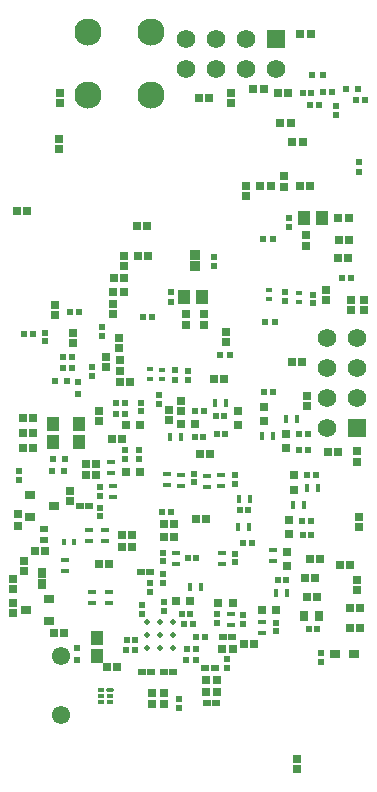
<source format=gbs>
G04*
G04 #@! TF.GenerationSoftware,Altium Limited,Altium Designer,24.9.1 (31)*
G04*
G04 Layer_Color=16711935*
%FSLAX44Y44*%
%MOMM*%
G71*
G04*
G04 #@! TF.SameCoordinates,C615B3E7-4A0B-44CC-A6BC-150B9DE6E2D7*
G04*
G04*
G04 #@! TF.FilePolarity,Negative*
G04*
G01*
G75*
%ADD23R,0.4000X0.5000*%
%ADD24R,0.5500X0.6000*%
%ADD25R,0.5121X0.5811*%
%ADD27R,0.6000X0.5500*%
%ADD29R,0.6725X0.7154*%
%ADD40R,0.5393X0.4725*%
%ADD41R,0.4725X0.5393*%
%ADD42R,0.5200X0.5200*%
%ADD48R,0.5000X0.4000*%
%ADD49R,0.5200X0.5200*%
%ADD54R,0.4500X0.6750*%
%ADD61R,0.5811X0.5121*%
%ADD62R,0.6750X0.4500*%
%ADD71R,0.5153X0.4725*%
%ADD90R,0.7500X0.7000*%
%ADD91R,0.6500X0.7000*%
%ADD93R,0.7000X0.6500*%
%ADD97R,0.8200X0.8600*%
%ADD99R,0.7750X0.7000*%
%ADD100R,0.7000X0.7500*%
%ADD101R,0.7000X0.7750*%
%ADD102R,0.6500X0.6500*%
%ADD115C,2.3000*%
%ADD116C,1.5700*%
%ADD117R,1.5700X1.5700*%
%ADD118R,1.5700X1.5700*%
%ADD119C,1.5500*%
%ADD120C,0.5064*%
%ADD133R,0.9000X0.8000*%
%ADD134R,0.9500X0.7000*%
%ADD137R,0.7154X0.6725*%
%ADD138R,0.5500X0.5500*%
%ADD140R,0.5000X0.5000*%
%ADD148R,0.5000X0.5000*%
%ADD149R,0.4750X0.5000*%
%ADD151R,0.4725X0.5153*%
%ADD152R,1.0000X1.2500*%
%ADD153R,1.0582X1.3061*%
%ADD154R,0.7581X0.8121*%
G04:AMPARAMS|DCode=155|XSize=0.4mm|YSize=0.59mm|CornerRadius=0.0995mm|HoleSize=0mm|Usage=FLASHONLY|Rotation=270.000|XOffset=0mm|YOffset=0mm|HoleType=Round|Shape=RoundedRectangle|*
%AMROUNDEDRECTD155*
21,1,0.4000,0.3910,0,0,270.0*
21,1,0.2010,0.5900,0,0,270.0*
1,1,0.1990,-0.1955,-0.1005*
1,1,0.1990,-0.1955,0.1005*
1,1,0.1990,0.1955,0.1005*
1,1,0.1990,0.1955,-0.1005*
%
%ADD155ROUNDEDRECTD155*%
G04:AMPARAMS|DCode=156|XSize=0.4mm|YSize=0.62mm|CornerRadius=0.0995mm|HoleSize=0mm|Usage=FLASHONLY|Rotation=270.000|XOffset=0mm|YOffset=0mm|HoleType=Round|Shape=RoundedRectangle|*
%AMROUNDEDRECTD156*
21,1,0.4000,0.4210,0,0,270.0*
21,1,0.2010,0.6200,0,0,270.0*
1,1,0.1990,-0.2105,-0.1005*
1,1,0.1990,-0.2105,0.1005*
1,1,0.1990,0.2105,0.1005*
1,1,0.1990,0.2105,-0.1005*
%
%ADD156ROUNDEDRECTD156*%
%ADD157R,0.6500X0.6500*%
%ADD158R,0.6800X0.6400*%
%ADD159R,0.6500X0.6000*%
%ADD160R,0.7500X0.7500*%
%ADD161R,0.6500X0.5500*%
%ADD162R,0.8000X0.8500*%
%ADD163R,0.6600X0.6200*%
D23*
X59500Y228000D02*
D03*
X51500D02*
D03*
D24*
X75000Y368250D02*
D03*
Y375750D02*
D03*
D25*
X178000Y468655D02*
D03*
Y461345D02*
D03*
X149000Y87345D02*
D03*
Y94655D02*
D03*
X117293Y167138D02*
D03*
Y174448D02*
D03*
X189000Y128542D02*
D03*
Y121231D02*
D03*
X282000Y589345D02*
D03*
Y596655D02*
D03*
X35250Y397566D02*
D03*
Y404877D02*
D03*
X124000Y192655D02*
D03*
Y185345D02*
D03*
X13000Y287655D02*
D03*
Y280345D02*
D03*
X181000Y166655D02*
D03*
Y159345D02*
D03*
X82000Y256797D02*
D03*
Y249487D02*
D03*
X195861Y276987D02*
D03*
Y284297D02*
D03*
X230779Y151977D02*
D03*
Y159288D02*
D03*
X161000Y278322D02*
D03*
Y285633D02*
D03*
X116580Y345732D02*
D03*
Y338422D02*
D03*
X203000Y158345D02*
D03*
Y165655D02*
D03*
X196000Y217655D02*
D03*
Y210345D02*
D03*
X102637Y305514D02*
D03*
Y298203D02*
D03*
X114963Y305423D02*
D03*
Y298112D02*
D03*
X135000Y193345D02*
D03*
Y200655D02*
D03*
Y218558D02*
D03*
Y211247D02*
D03*
X136000Y169345D02*
D03*
Y176655D02*
D03*
X82023Y274045D02*
D03*
Y266734D02*
D03*
D27*
X278250Y608683D02*
D03*
X270750D02*
D03*
D29*
X299000Y295214D02*
D03*
Y304786D02*
D03*
X155000Y411214D02*
D03*
Y420786D02*
D03*
X170000Y411214D02*
D03*
Y420786D02*
D03*
X256000Y478214D02*
D03*
Y487786D02*
D03*
D40*
X258334Y154000D02*
D03*
X265666D02*
D03*
D41*
X269000Y133331D02*
D03*
Y126000D02*
D03*
D42*
X229699Y414328D02*
D03*
X221699D02*
D03*
X126000Y418000D02*
D03*
X118000D02*
D03*
X183472Y386333D02*
D03*
X191472D02*
D03*
X228000Y484000D02*
D03*
X220000D02*
D03*
X286500Y450994D02*
D03*
X294500D02*
D03*
D48*
X134451Y373423D02*
D03*
Y365423D02*
D03*
X123750Y373910D02*
D03*
Y365910D02*
D03*
X250449Y438485D02*
D03*
Y430485D02*
D03*
X225000Y441000D02*
D03*
Y433000D02*
D03*
D49*
X301000Y549000D02*
D03*
Y541000D02*
D03*
X83173Y410000D02*
D03*
Y402000D02*
D03*
X132020Y352396D02*
D03*
Y344396D02*
D03*
X145000Y373000D02*
D03*
Y365000D02*
D03*
X142000Y431000D02*
D03*
Y439000D02*
D03*
X238661Y439367D02*
D03*
Y431367D02*
D03*
X241495Y494377D02*
D03*
Y502377D02*
D03*
D54*
X240011Y184826D02*
D03*
X230761D02*
D03*
X219167Y317098D02*
D03*
X228417D02*
D03*
X158375Y190000D02*
D03*
X167625D02*
D03*
X179007Y345235D02*
D03*
X188257D02*
D03*
X141393Y316215D02*
D03*
X150643D02*
D03*
X266331Y273000D02*
D03*
X257081D02*
D03*
X199375Y264000D02*
D03*
X208625D02*
D03*
X248340Y331774D02*
D03*
X239090D02*
D03*
X254625Y259000D02*
D03*
X245375D02*
D03*
X198504Y240770D02*
D03*
X207754D02*
D03*
D61*
X56704Y422231D02*
D03*
X64015D02*
D03*
X134345Y253000D02*
D03*
X141655D02*
D03*
X152922Y158000D02*
D03*
X160233D02*
D03*
X155366Y136989D02*
D03*
X162677D02*
D03*
X111757Y145000D02*
D03*
X104447D02*
D03*
X170655Y147000D02*
D03*
X163345D02*
D03*
X50469Y374905D02*
D03*
X57780D02*
D03*
X306155Y602000D02*
D03*
X298845D02*
D03*
X17345Y404000D02*
D03*
X24655D02*
D03*
X250294Y305316D02*
D03*
X257605D02*
D03*
X188008Y319286D02*
D03*
X180697D02*
D03*
X239500Y195613D02*
D03*
X232189D02*
D03*
X210109Y226580D02*
D03*
X202798D02*
D03*
X186948Y334380D02*
D03*
X179637D02*
D03*
X102655Y336000D02*
D03*
X95345D02*
D03*
X156115Y214370D02*
D03*
X163425D02*
D03*
X253345Y607780D02*
D03*
X260655D02*
D03*
X169149Y316483D02*
D03*
X161838D02*
D03*
X169655Y339000D02*
D03*
X162345D02*
D03*
X150970Y167000D02*
D03*
X158280D02*
D03*
X257496Y319129D02*
D03*
X250185D02*
D03*
X260617Y234023D02*
D03*
X253307D02*
D03*
X260397Y245692D02*
D03*
X253086D02*
D03*
X264611Y284558D02*
D03*
X257300D02*
D03*
X199983Y254352D02*
D03*
X207293D02*
D03*
X95345Y345000D02*
D03*
X102655D02*
D03*
X228041Y354766D02*
D03*
X220730D02*
D03*
D62*
X172000Y283625D02*
D03*
Y274375D02*
D03*
X52250Y212752D02*
D03*
Y203502D02*
D03*
X228000Y220625D02*
D03*
Y211375D02*
D03*
X183910Y284765D02*
D03*
Y275515D02*
D03*
X92736Y265691D02*
D03*
Y274941D02*
D03*
X86000Y238000D02*
D03*
Y228750D02*
D03*
X91000Y295625D02*
D03*
Y286375D02*
D03*
X150332Y274977D02*
D03*
Y284227D02*
D03*
X185000Y218625D02*
D03*
Y209375D02*
D03*
X193000Y157625D02*
D03*
Y166875D02*
D03*
X218906Y150398D02*
D03*
Y159648D02*
D03*
X138535Y275941D02*
D03*
Y285191D02*
D03*
X146000Y218544D02*
D03*
Y209294D02*
D03*
X75000Y185625D02*
D03*
Y176375D02*
D03*
X72750Y228219D02*
D03*
Y237469D02*
D03*
X89000Y185125D02*
D03*
Y175875D02*
D03*
D71*
X111786Y136000D02*
D03*
X104214D02*
D03*
X50214Y384000D02*
D03*
X57786D02*
D03*
X259775Y598000D02*
D03*
X267346D02*
D03*
D90*
X283250Y304000D02*
D03*
X274750D02*
D03*
X144770Y243230D02*
D03*
X136270D02*
D03*
X112780Y495061D02*
D03*
X121280D02*
D03*
X174500Y604000D02*
D03*
X166000D02*
D03*
X284800Y208286D02*
D03*
X293300D02*
D03*
X136270Y232000D02*
D03*
X144770D02*
D03*
X11750Y508000D02*
D03*
X20250D02*
D03*
X187174Y365997D02*
D03*
X178674D02*
D03*
X96250Y122000D02*
D03*
X87750D02*
D03*
X35500Y220000D02*
D03*
X27000D02*
D03*
X89750Y208834D02*
D03*
X81250D02*
D03*
X51250Y151000D02*
D03*
X42750D02*
D03*
X220250Y611000D02*
D03*
X211750D02*
D03*
X253250Y380000D02*
D03*
X244750D02*
D03*
X293750Y172000D02*
D03*
X302250D02*
D03*
X109250Y234000D02*
D03*
X100750D02*
D03*
X109230Y223206D02*
D03*
X100730D02*
D03*
X69750Y284000D02*
D03*
X78250D02*
D03*
X25250Y307000D02*
D03*
X16750D02*
D03*
X24891Y332987D02*
D03*
X16391D02*
D03*
X25482Y320200D02*
D03*
X16982D02*
D03*
X293300Y154451D02*
D03*
X301800D02*
D03*
X259400Y213400D02*
D03*
X267900D02*
D03*
X264250Y197000D02*
D03*
X255750D02*
D03*
X265930Y181150D02*
D03*
X257430D02*
D03*
X78250Y294000D02*
D03*
X69750D02*
D03*
X91750Y315000D02*
D03*
X100250D02*
D03*
D91*
X102000Y470250D02*
D03*
Y461750D02*
D03*
X93000Y429500D02*
D03*
Y421000D02*
D03*
X87000Y384250D02*
D03*
Y375750D02*
D03*
X59000Y395750D02*
D03*
Y404250D02*
D03*
X205000Y520750D02*
D03*
Y529250D02*
D03*
X301250Y240750D02*
D03*
Y249250D02*
D03*
X140170Y330848D02*
D03*
Y339348D02*
D03*
X150000Y347250D02*
D03*
Y338750D02*
D03*
X8000Y167750D02*
D03*
Y176250D02*
D03*
Y187750D02*
D03*
Y196250D02*
D03*
D93*
X113750Y470000D02*
D03*
X122250D02*
D03*
X283750Y483000D02*
D03*
X292250D02*
D03*
X107250Y363000D02*
D03*
X98750D02*
D03*
X250750Y529000D02*
D03*
X259250D02*
D03*
X174888Y302379D02*
D03*
X166388D02*
D03*
X292129Y468498D02*
D03*
X283629D02*
D03*
X171250Y247000D02*
D03*
X162750D02*
D03*
X241250Y608000D02*
D03*
X232750D02*
D03*
D97*
X162000Y461100D02*
D03*
Y470900D02*
D03*
D99*
X182000Y176000D02*
D03*
X194000D02*
D03*
X116000Y287000D02*
D03*
X104000D02*
D03*
X115514Y327000D02*
D03*
X103514D02*
D03*
X219000Y170000D02*
D03*
X231000D02*
D03*
X150437Y327822D02*
D03*
X162437D02*
D03*
X158000Y178000D02*
D03*
X146000D02*
D03*
D100*
X47134Y560750D02*
D03*
Y569250D02*
D03*
X48000Y599584D02*
D03*
Y608083D02*
D03*
X294201Y432501D02*
D03*
Y424001D02*
D03*
X272750Y432728D02*
D03*
Y441228D02*
D03*
X56000Y271250D02*
D03*
Y262750D02*
D03*
X17332Y211750D02*
D03*
Y203250D02*
D03*
X188882Y397246D02*
D03*
Y405746D02*
D03*
X193000Y608250D02*
D03*
Y599750D02*
D03*
X305231Y432436D02*
D03*
Y423937D02*
D03*
X257000Y342750D02*
D03*
Y351250D02*
D03*
X299000Y195250D02*
D03*
Y186750D02*
D03*
X249000Y44250D02*
D03*
Y35750D02*
D03*
X81000Y329750D02*
D03*
Y338250D02*
D03*
D101*
X240000Y219625D02*
D03*
Y207625D02*
D03*
X199065Y326769D02*
D03*
Y338769D02*
D03*
X239188Y306875D02*
D03*
Y318876D02*
D03*
X242000Y246042D02*
D03*
Y234042D02*
D03*
X220737Y330035D02*
D03*
Y342035D02*
D03*
X246000Y284000D02*
D03*
Y272000D02*
D03*
D102*
X98695Y372878D02*
D03*
Y381878D02*
D03*
X98164Y400589D02*
D03*
Y391590D02*
D03*
X238000Y537500D02*
D03*
Y528500D02*
D03*
X44000Y419500D02*
D03*
Y428500D02*
D03*
X136000Y99500D02*
D03*
Y90500D02*
D03*
X126000Y99500D02*
D03*
Y90500D02*
D03*
D115*
X124650Y606350D02*
D03*
X71350D02*
D03*
X124650Y659650D02*
D03*
X71350D02*
D03*
D116*
X274300Y400100D02*
D03*
X299700D02*
D03*
X274300Y374700D02*
D03*
X299700D02*
D03*
X274300Y349300D02*
D03*
X299700D02*
D03*
X274300Y323900D02*
D03*
X154900Y628300D02*
D03*
Y653700D02*
D03*
X180300Y628300D02*
D03*
Y653700D02*
D03*
X205700Y628300D02*
D03*
Y653700D02*
D03*
X231100Y628300D02*
D03*
D117*
X299700Y323900D02*
D03*
D118*
X231100Y653700D02*
D03*
D119*
X48500Y131000D02*
D03*
Y81000D02*
D03*
D120*
X122000Y138000D02*
D03*
Y149000D02*
D03*
Y160000D02*
D03*
X133000Y138000D02*
D03*
Y149000D02*
D03*
Y160000D02*
D03*
X144000Y138000D02*
D03*
Y149000D02*
D03*
Y160000D02*
D03*
D133*
X39000Y179500D02*
D03*
Y160500D02*
D03*
X19000Y170000D02*
D03*
X42810Y258000D02*
D03*
X22810Y267500D02*
D03*
Y248500D02*
D03*
D134*
X280750Y133000D02*
D03*
X297250D02*
D03*
D137*
X260786Y658000D02*
D03*
X251214D02*
D03*
X292786Y502000D02*
D03*
X283214D02*
D03*
D138*
X154954Y127642D02*
D03*
X162954D02*
D03*
D140*
X62500Y138000D02*
D03*
Y128000D02*
D03*
X63000Y353000D02*
D03*
Y363000D02*
D03*
D148*
X261000Y623000D02*
D03*
X271000D02*
D03*
X52291Y298000D02*
D03*
X42291D02*
D03*
X51000Y288000D02*
D03*
X41000D02*
D03*
D149*
X289875Y611000D02*
D03*
X300125D02*
D03*
X54125Y364000D02*
D03*
X43875D02*
D03*
D151*
X156000Y372786D02*
D03*
Y365214D02*
D03*
X262265Y437208D02*
D03*
Y429637D02*
D03*
D152*
X152824Y435000D02*
D03*
X167824D02*
D03*
X254500Y501611D02*
D03*
X269500D02*
D03*
D153*
X64000Y327761D02*
D03*
Y312239D02*
D03*
X42000Y327761D02*
D03*
Y312239D02*
D03*
X79000Y146761D02*
D03*
Y131239D02*
D03*
D154*
X267301Y165000D02*
D03*
X254761D02*
D03*
D155*
X82301Y102500D02*
D03*
X90000Y97500D02*
D03*
X82301Y92500D02*
D03*
X90000D02*
D03*
X82301Y97500D02*
D03*
D156*
X89850Y102500D02*
D03*
D157*
X102500Y451000D02*
D03*
X93500D02*
D03*
X101755Y439750D02*
D03*
X92755D02*
D03*
X217500Y529000D02*
D03*
X226500D02*
D03*
X243356Y582215D02*
D03*
X234356D02*
D03*
X253500Y566000D02*
D03*
X244500D02*
D03*
X185500Y137000D02*
D03*
X194500D02*
D03*
X171500Y111000D02*
D03*
X180500D02*
D03*
X171500Y101000D02*
D03*
X180500D02*
D03*
D158*
X211900Y141000D02*
D03*
X204100D02*
D03*
D159*
X186250Y147000D02*
D03*
X193750D02*
D03*
X123750Y202000D02*
D03*
X116250D02*
D03*
X65250Y258142D02*
D03*
X72750D02*
D03*
D160*
X12621Y251000D02*
D03*
Y241000D02*
D03*
D161*
X34000Y238500D02*
D03*
Y229500D02*
D03*
D162*
X33080Y201238D02*
D03*
Y191738D02*
D03*
D163*
X171100Y121000D02*
D03*
X178900D02*
D03*
X172100Y91000D02*
D03*
X179900D02*
D03*
X124874Y117973D02*
D03*
X117074D02*
D03*
X136100Y118000D02*
D03*
X143900D02*
D03*
M02*

</source>
